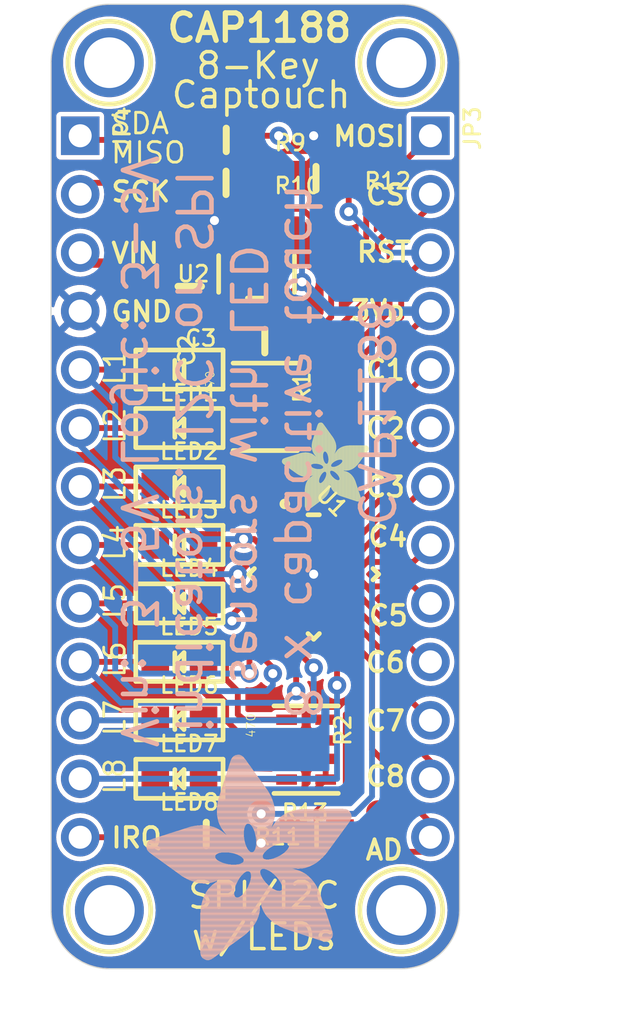
<source format=kicad_pcb>
(kicad_pcb (version 20221018) (generator pcbnew)
  (layers (0 "F.Cu" signal) (31 "B.Cu" signal) (34 "B.Paste" user) (35 "F.Paste" user) (36 "B.SilkS" user "B.Silkscreen") (37 "F.SilkS" user "F.Silkscreen") (38 "B.Mask" user) (39 "F.Mask" user) (44 "Edge.Cuts" user))
  (net 0 "")
  (net 1 "3.3V")
  (net 2 "LED1")
  (net 3 "LED2")
  (net 4 "LED3")
  (net 5 "LED4")
  (net 6 "LED5")
  (net 7 "CS1")
  (net 8 "CS2")
  (net 9 "CS3")
  (net 10 "CS4")
  (net 11 "LED6")
  (net 12 "LED7")
  (net 13 "LED8")
  (net 14 "CS5")
  (net 15 "CS6")
  (net 16 "CS7")
  (net 17 "CS8")
  (net 18 "GND")
  (net 19 "SDA/MISO")
  (net 20 "SCK")
  (net 21 "WAKE/MOSI")
  (net 22 "CS")
  (net 23 "RESET")
  (net 24 "ADDR")
  (net 25 "VIN")
  (net 26 "N$1")
  (net 27 "N$2")
  (net 28 "N$3")
  (net 29 "N$4")
  (net 30 "N$5")
  (net 31 "N$6")
  (net 32 "N$7")
  (net 33 "N$8")
  (net 34 "IRQ")
  (footprint "working:SOT23-5" (layer "F.Cu") (at 148.5571 95.7666 180)
    (fp_text reference "U2")
    (fp_text value "MIC5225-3")
  )
  (footprint "working:CHIPLED_0805" (layer "F.Cu") (at 145.1991 112.6236 90)
    (fp_text reference "LED6")
    (fp_text value "")
  )
  (footprint "working:MOUNTINGHOLE_2.0_PLATED" (layer "F.Cu") (at 142.1511 123.4186)
    (fp_text reference "U$7" hide)
    (fp_text value "MOUNTINGHOLE2.0" hide)
  )
  (footprint "working:MOUNTINGHOLE_2.0_PLATED" (layer "F.Cu") (at 154.8511 86.5886)
    (fp_text reference "U$10" hide)
    (fp_text value "MOUNTINGHOLE2.0" hide)
  )
  (footprint "working:CHIPLED_0805" (layer "F.Cu") (at 145.1991 107.5436 90)
    (fp_text reference "LED4")
    (fp_text value "")
  )
  (footprint "working:ADAFRUIT_3.5MM" (layer "F.Cu") (at 153.4541 106.0196 90)
    (fp_text reference "U$13" hide)
    (fp_text value "" hide)
  )
  (footprint "working:QFN24_4MM_SMSC" (layer "F.Cu") (at 151.0411 108.8136 -45)
    (fp_text reference "U1")
    (fp_text value "")
  )
  (footprint "working:MOUNTINGHOLE_2.0_PLATED" (layer "F.Cu") (at 142.1511 86.5886)
    (fp_text reference "U$9" hide)
    (fp_text value "MOUNTINGHOLE2.0" hide)
  )
  (footprint "working:0805-NO" (layer "F.Cu") (at 146.3671 120.1016)
    (fp_text reference "R11")
    (fp_text value "10K")
  )
  (footprint "working:0805-NO" (layer "F.Cu") (at 151.1431 91.6036)
    (fp_text reference "R12")
    (fp_text value "10K")
  )
  (footprint "working:RESPACK_4X0603" (layer "F.Cu") (at 150.7131 116.4376 -90)
    (fp_text reference "R2")
    (fp_text value "470")
  )
  (footprint "working:RESPACK_4X0603" (layer "F.Cu") (at 148.9351 101.5426 -90)
    (fp_text reference "R1")
    (fp_text value "470")
  )
  (footprint "working:1X13_ROUND_70" (layer "F.Cu") (at 156.1211 105.0036 -90)
    (fp_text reference "JP3")
    (fp_text value "")
  )
  (footprint "working:FIDUCIAL_1MM" (layer "F.Cu") (at 145.2191 93.6146 90)
    (fp_text reference "FID2" hide)
    (fp_text value "FIDUCIAL\"\"" hide)
  )
  (footprint "working:1X13_ROUND_70" (layer "F.Cu") (at 140.8811 105.0036 -90)
    (fp_text reference "JP4")
    (fp_text value "")
  )
  (footprint "working:MOUNTINGHOLE_2.0_PLATED" (layer "F.Cu") (at 154.8511 123.4186)
    (fp_text reference "U$8" hide)
    (fp_text value "MOUNTINGHOLE2.0" hide)
  )
  (footprint "working:CHIPLED_0805" (layer "F.Cu") (at 145.1991 105.0036 90)
    (fp_text reference "LED3")
    (fp_text value "")
  )
  (footprint "working:CHIPLED_0805" (layer "F.Cu") (at 145.1991 115.1636 90)
    (fp_text reference "LED7")
    (fp_text value "")
  )
  (footprint "working:CHIPLED_0805" (layer "F.Cu") (at 145.1991 110.0836 90)
    (fp_text reference "LED5")
    (fp_text value "")
  )
  (footprint "working:0805-NO" (layer "F.Cu") (at 147.2291 91.8086)
    (fp_text reference "R10")
    (fp_text value "10K")
  )
  (footprint "working:CHIPLED_0805" (layer "F.Cu") (at 145.1991 102.4636 90)
    (fp_text reference "LED2")
    (fp_text value "")
  )
  (footprint "working:_0805MP" (layer "F.Cu") (at 151.1681 120.1166)
    (fp_text reference "R13")
    (fp_text value "150K")
  )
  (footprint "working:0805-NO" (layer "F.Cu") (at 145.6491 96.3076 -90)
    (fp_text reference "C2")
    (fp_text value "10uF")
  )
  (footprint "working:0805-NO" (layer "F.Cu") (at 148.9151 98.6886 180)
    (fp_text reference "C3")
    (fp_text value "10uF")
  )
  (footprint "working:CHIPLED_0805" (layer "F.Cu") (at 145.1991 99.9236 90)
    (fp_text reference "LED1")
    (fp_text value "")
  )
  (footprint "working:FIDUCIAL_1MM" (layer "F.Cu") (at 153.8281 119.1396 90)
    (fp_text reference "FID1" hide)
    (fp_text value "FIDUCIAL\"\"" hide)
  )
  (footprint "working:0805-NO" (layer "F.Cu") (at 147.2371 89.9436)
    (fp_text reference "R9")
    (fp_text value "10K")
  )
  (footprint "working:CHIPLED_0805" (layer "F.Cu") (at 145.1991 117.7036 90)
    (fp_text reference "LED8")
    (fp_text value "")
  )
  (footprint "working:ADAFRUIT_9MM" (layer "B.Cu") (at 152.6921 125.5776 180)
    (fp_text reference "U$14" hide)
    (fp_text value "" hide)
  )
  (gr_arc (start 154.8511 84.0486) (mid 156.647151 84.792549) (end 157.3911 86.5886) (stroke (width 0.05)) (layer "Edge.Cuts"))
  (gr_line (start 142.1511 125.9586) (end 154.8511 125.9586) (stroke (width 0.05)) (layer "Edge.Cuts"))
  (gr_line (start 154.8511 84.0486) (end 142.1511 84.0486) (stroke (width 0.05)) (layer "Edge.Cuts"))
  (gr_line (start 157.3911 123.4186) (end 157.3911 86.5886) (stroke (width 0.05)) (layer "Edge.Cuts"))
  (gr_arc (start 139.6111 86.5886) (mid 140.355049 84.792549) (end 142.1511 84.0486) (stroke (width 0.05)) (layer "Edge.Cuts"))
  (gr_arc (start 157.3911 123.4186) (mid 156.647151 125.214651) (end 154.8511 125.9586) (stroke (width 0.05)) (layer "Edge.Cuts"))
  (gr_arc (start 142.1511 125.9586) (mid 140.355049 125.214651) (end 139.6111 123.4186) (stroke (width 0.05)) (layer "Edge.Cuts"))
  (gr_line (start 139.6111 86.5886) (end 139.6111 123.4186) (stroke (width 0.05)) (layer "Edge.Cuts"))
  (gr_text "CAP1188" (at 154.5971 96.7486 -90) (layer "B.SilkS") (effects (font (size 1.475232 1.475232) (thickness 0.201168)) (justify right top mirror)))
  (gr_text "8 x capacitive touch\nsensors with LED \nindicators. I2C or SPI\nVin: 3-5V Logic: 3-5V" (at 146.9771 103.4796 -90) (layer "B.SilkS") (effects (font (size 1.475232 1.475232) (thickness 0.201168)) (justify mirror)))
  (gr_text "CS" (at 155.1051 92.3276) (layer "F.SilkS") (effects (font (size 0.85344 0.85344) (thickness 0.16256)) (justify right)))
  (gr_text "L7" (at 142.9131 115.9256 90) (layer "F.SilkS") (effects (font (size 0.89408 0.89408) (thickness 0.12192)) (justify left bottom)))
  (gr_text "C3" (at 155.1051 105.0276) (layer "F.SilkS") (effects (font (size 0.85344 0.85344) (thickness 0.16256)) (justify right)))
  (gr_text "C4" (at 155.2051 107.1866) (layer "F.SilkS") (effects (font (size 0.85344 0.85344) (thickness 0.16256)) (justify right)))
  (gr_text "SPI/I2C\nw/LEDs" (at 148.8821 123.6726) (layer "F.SilkS") (effects (font (size 1.1176 1.1176) (thickness 0.1524))))
  (gr_text "C1" (at 155.1051 99.9476) (layer "F.SilkS") (effects (font (size 0.85344 0.85344) (thickness 0.16256)) (justify right)))
  (gr_text "3Vo" (at 155.1051 97.3596) (layer "F.SilkS") (effects (font (size 0.85344 0.85344) (thickness 0.16256)) (justify right)))
  (gr_text "AD" (at 155.0131 120.7986) (layer "F.SilkS") (effects (font (size 0.85344 0.85344) (thickness 0.16256)) (justify right)))
  (gr_text "CAP1188" (at 148.6761 85.0766) (layer "F.SilkS") (effects (font (size 1.194816 1.194816) (thickness 0.227584))))
  (gr_text "SCK" (at 142.1511 92.1986) (layer "F.SilkS") (effects (font (size 0.85344 0.85344) (thickness 0.16256)) (justify left)))
  (gr_text "C2" (at 155.1051 102.4876) (layer "F.SilkS") (effects (font (size 0.85344 0.85344) (thickness 0.16256)) (justify right)))
  (gr_text "C7" (at 155.1051 115.1876) (layer "F.SilkS") (effects (font (size 0.85344 0.85344) (thickness 0.16256)) (justify right)))
  (gr_text "VIN" (at 142.1511 94.8676) (layer "F.SilkS") (effects (font (size 0.85344 0.85344) (thickness 0.16256)) (justify left)))
  (gr_text "MOSI" (at 155.1051 89.7876) (layer "F.SilkS") (effects (font (size 0.85344 0.85344) (thickness 0.16256)) (justify right)))
  (gr_text "IRQ" (at 142.1511 120.2676) (layer "F.SilkS") (effects (font (size 0.85344 0.85344) (thickness 0.16256)) (justify left)))
  (gr_text "L1" (at 142.9131 100.6856 90) (layer "F.SilkS") (effects (font (size 0.89408 0.89408) (thickness 0.12192)) (justify left bottom)))
  (gr_text "L5" (at 142.9131 110.8456 90) (layer "F.SilkS") (effects (font (size 0.89408 0.89408) (thickness 0.12192)) (justify left bottom)))
  (gr_text "RST" (at 155.3591 94.8196) (layer "F.SilkS") (effects (font (size 0.85344 0.85344) (thickness 0.16256)) (justify right)))
  (gr_text "L4" (at 142.9131 108.3056 90) (layer "F.SilkS") (effects (font (size 0.89408 0.89408) (thickness 0.12192)) (justify left bottom)))
  (gr_text "C5" (at 155.2321 110.6156) (layer "F.SilkS") (effects (font (size 0.85344 0.85344) (thickness 0.16256)) (justify right)))
  (gr_text "MISO" (at 142.1511 90.5016) (layer "F.SilkS") (effects (font (size 0.89408 0.89408) (thickness 0.12192)) (justify left)))
  (gr_text "Captouch" (at 148.7551 87.9856) (layer "F.SilkS") (effects (font (size 1.1176 1.1176) (thickness 0.1524))))
  (gr_text "L8" (at 142.9131 118.4656 90) (layer "F.SilkS") (effects (font (size 0.89408 0.89408) (thickness 0.12192)) (justify left bottom)))
  (gr_text "C6" (at 155.1051 112.6476) (layer "F.SilkS") (effects (font (size 0.85344 0.85344) (thickness 0.16256)) (justify right)))
  (gr_text "GND" (at 142.1511 97.4076) (layer "F.SilkS") (effects (font (size 0.85344 0.85344) (thickness 0.16256)) (justify left)))
  (gr_text "L3" (at 142.9131 105.7656 90) (layer "F.SilkS") (effects (font (size 0.89408 0.89408) (thickness 0.12192)) (justify left bottom)))
  (gr_text "SDA" (at 142.1511 89.2316) (layer "F.SilkS") (effects (font (size 0.89408 0.89408) (thickness 0.12192)) (justify left)))
  (gr_text "L2" (at 142.9131 103.2256 90) (layer "F.SilkS") (effects (font (size 0.89408 0.89408) (thickness 0.12192)) (justify left bottom)))
  (gr_text "C8" (at 155.1051 117.6006) (layer "F.SilkS") (effects (font (size 0.85344 0.85344) (thickness 0.16256)) (justify right)))
  (gr_text "8-Key" (at 148.6281 86.7156) (layer "F.SilkS") (effects (font (size 1.1176 1.1176) (thickness 0.1524))))
  (gr_text "L6" (at 142.9131 113.3856 90) (layer "F.SilkS") (effects (font (size 0.89408 0.89408) (thickness 0.12192)) (justify left bottom)))
  (segment (start 147.3171 120.1016) (end 147.3731 119.3396) (width 0.254) (layer "F.Cu") (net 1))
  (segment (start 148.7551 118.7196) (end 148.7551 119.2276) (width 0.254) (layer "F.Cu") (net 1))
  (segment (start 151.924981 106.86906) (end 153.5811 105.212941) (width 0.254) (layer "F.Cu") (net 1))
  (segment (start 153.5811 105.212941) (end 153.5811 99.9236) (width 0.254) (layer "F.Cu") (net 1))
  (segment (start 151.5631 116.8376) (end 151.5631 116.0376) (width 0.254) (layer "F.Cu") (net 1))
  (segment (start 151.5631 117.7376) (end 151.5631 116.8376) (width 0.254) (layer "F.Cu") (net 1))
  (segment (start 149.9311 97.3637) (end 149.8651 98.6886) (width 0.4064) (layer "F.Cu") (net 1))
  (segment (start 148.1871 89.9436) (end 148.2531 91.6076) (width 0.254) (layer "F.Cu") (net 1))
  (segment (start 149.5071 97.0667) (end 149.9311 97.3637) (width 0.4064) (layer "F.Cu") (net 1))
  (segment (start 149.7851 100.2426) (end 149.7851 101.1426) (width 0.254) (layer "F.Cu") (net 1))
  (segment (start 149.7851 98.5616) (end 149.8651 98.6886) (width 0.4064) (layer "F.Cu") (net 1))
  (segment (start 148.1871 89.9436) (end 148.3271 89.7636) (width 0.254) (layer "F.Cu") (net 1))
  (segment (start 153.5811 99.9236) (end 156.1211 97.3836) (width 0.254) (layer "F.Cu") (net 1))
  (segment (start 149.7851 100.2426) (end 149.7851 98.5616) (width 0.4064) (layer "F.Cu") (net 1))
  (segment (start 147.9931 118.7196) (end 148.7551 118.7196) (width 0.254) (layer "F.Cu") (net 1))
  (segment (start 151.5631 116.0376) (end 151.5631 115.1376) (width 0.254) (layer "F.Cu") (net 1))
  (segment (start 149.707 96.9397) (end 149.5071 97.0667) (width 0.254) (layer "F.Cu") (net 1))
  (segment (start 147.3731 119.3396) (end 147.9931 118.7196) (width 0.254) (layer "F.Cu") (net 1))
  (segment (start 150.5811 118.7196) (end 151.5631 117.7376) (width 0.254) (layer "F.Cu") (net 1))
  (segment (start 149.7851 101.1426) (end 149.7851 101.9426) (width 0.254) (layer "F.Cu") (net 1))
  (segment (start 149.7851 101.9426) (end 149.7851 102.8426) (width 0.254) (layer "F.Cu") (net 1))
  (segment (start 148.3271 89.7636) (end 149.5171 89.7636) (width 0.254) (layer "F.Cu") (net 1))
  (segment (start 150.5331 96.1136) (end 149.707 96.9397) (width 0.254) (layer "F.Cu") (net 1))
  (segment (start 148.7551 118.7196) (end 150.5811 118.7196) (width 0.254) (layer "F.Cu") (net 1))
  (segment (start 148.2531 91.6076) (end 148.1791 91.8086) (width 0.254) (layer "F.Cu") (net 1))
  (via (at 149.5171 89.7636) (size 0.8001) (drill 0.3937) (layers "F.Cu" "B.Cu") (net 1))
  (via (at 148.7551 119.2276) (size 0.8001) (drill 0.3937) (layers "F.Cu" "B.Cu") (net 1))
  (via (at 150.5331 96.1136) (size 0.8001) (drill 0.3937) (layers "F.Cu" "B.Cu") (net 1))
  (segment (start 148.7551 119.2276) (end 152.8191 119.2276) (width 0.254) (layer "B.Cu") (net 1))
  (segment (start 149.5171 89.7636) (end 150.5331 90.7796) (width 0.254) (layer "B.Cu") (net 1))
  (segment (start 153.5811 97.3836) (end 151.8031 97.3836) (width 0.4064) (layer "B.Cu") (net 1))
  (segment (start 151.8031 97.3836) (end 150.5331 96.1136) (width 0.4064) (layer "B.Cu") (net 1))
  (segment (start 152.8191 119.2276) (end 153.5811 118.4656) (width 0.254) (layer "B.Cu") (net 1))
  (segment (start 153.5811 118.4656) (end 153.5811 97.3836) (width 0.254) (layer "B.Cu") (net 1))
  (segment (start 150.5331 90.7796) (end 150.5331 96.1136) (width 0.254) (layer "B.Cu") (net 1))
  (segment (start 156.1211 97.3836) (end 153.5811 97.3836) (width 0.4064) (layer "B.Cu") (net 1))
  (segment (start 140.8811 99.9236) (end 144.1491 99.9236) (width 0.254) (layer "F.Cu") (net 2))
  (segment (start 148.456437 107.2896) (end 147.9931 107.2896) (width 0.254) (layer "F.Cu") (net 2))
  (segment (start 149.096556 107.929719) (end 148.456437 107.2896) (width 0.254) (layer "F.Cu") (net 2))
  (via (at 147.9931 107.2896) (size 0.8001) (drill 0.3937) (layers "F.Cu" "B.Cu") (net 2))
  (segment (start 142.4051 103.7336) (end 142.4051 101.4476) (width 0.254) (layer "B.Cu") (net 2))
  (segment (start 147.9931 107.2896) (end 146.2151 107.2896) (width 0.254) (layer "B.Cu") (net 2))
  (segment (start 146.2151 107.2896) (end 142.4051 103.7336) (width 0.254) (layer "B.Cu") (net 2))
  (segment (start 142.4051 101.4476) (end 140.8811 99.9236) (width 0.254) (layer "B.Cu") (net 2))
  (segment (start 148.743 108.283272) (end 148.269428 108.283272) (width 0.254) (layer "F.Cu") (net 3))
  (segment (start 144.1491 102.4636) (end 140.8811 102.4636) (width 0.254) (layer "F.Cu") (net 3))
  (segment (start 148.269428 108.283272) (end 147.7391 108.8136) (width 0.254) (layer "F.Cu") (net 3))
  (via (at 147.7391 108.8136) (size 0.8001) (drill 0.3937) (layers "F.Cu" "B.Cu") (net 3))
  (segment (start 146.4691 108.8136) (end 140.8811 103.2256) (width 0.254) (layer "B.Cu") (net 3))
  (segment (start 140.8811 103.2256) (end 140.8811 102.4636) (width 0.254) (layer "B.Cu") (net 3))
  (segment (start 147.7391 108.8136) (end 146.4691 108.8136) (width 0.254) (layer "B.Cu") (net 3))
  (segment (start 144.1491 105.0036) (end 140.8811 105.0036) (width 0.254) (layer "F.Cu") (net 4))
  (segment (start 147.495331 110.5916) (end 147.4851 110.8456) (width 0.254) (layer "F.Cu") (net 4))
  (segment (start 148.743 109.343932) (end 147.495331 110.5916) (width 0.254) (layer "F.Cu") (net 4))
  (via (at 147.4851 110.8456) (size 0.8001) (drill 0.3937) (layers "F.Cu" "B.Cu") (net 4))
  (segment (start 147.4851 110.8456) (end 146.4691 110.8456) (width 0.254) (layer "B.Cu") (net 4))
  (segment (start 146.4691 110.8456) (end 140.8811 105.0036) (width 0.254) (layer "B.Cu") (net 4))
  (segment (start 144.1491 107.5436) (end 140.8811 107.5436) (width 0.254) (layer "F.Cu") (net 5))
  (segment (start 148.2471 110.546941) (end 148.2471 113.1316) (width 0.254) (layer "F.Cu") (net 5))
  (segment (start 149.096556 109.697485) (end 148.2471 110.546941) (width 0.254) (layer "F.Cu") (net 5))
  (via (at 148.2471 113.1316) (size 0.8001) (drill 0.3937) (layers "F.Cu" "B.Cu") (net 5))
  (segment (start 143.0401 109.7026) (end 140.8811 107.5436) (width 0.254) (layer "B.Cu") (net 5))
  (segment (start 143.4211 113.1316) (end 143.0401 112.7506) (width 0.254) (layer "B.Cu") (net 5))
  (segment (start 148.2471 113.1316) (end 143.4211 113.1316) (width 0.254) (layer "B.Cu") (net 5))
  (segment (start 143.0401 112.7506) (end 143.0401 109.7026) (width 0.254) (layer "B.Cu") (net 5))
  (segment (start 149.450109 110.051038) (end 148.7551 110.746047) (width 0.254) (layer "F.Cu") (net 6))
  (segment (start 148.7551 112.3696) (end 149.2631 112.8776) (width 0.254) (layer "F.Cu") (net 6))
  (segment (start 148.7551 110.746047) (end 148.7551 112.3696) (width 0.254) (layer "F.Cu") (net 6))
  (segment (start 149.2631 112.8776) (end 149.2631 113.1316) (width 0.254) (layer "F.Cu") (net 6))
  (segment (start 140.8811 110.0836) (end 144.1491 110.0836) (width 0.254) (layer "F.Cu") (net 6))
  (via (at 149.2631 113.1316) (size 0.8001) (drill 0.3937) (layers "F.Cu" "B.Cu") (net 6))
  (segment (start 149.0091 113.8936) (end 143.1671 113.8936) (width 0.254) (layer "B.Cu") (net 6))
  (segment (start 142.4051 111.0996) (end 141.3891 110.0836) (width 0.254) (layer "B.Cu") (net 6))
  (segment (start 142.4051 113.1316) (end 142.4051 111.0996) (width 0.254) (layer "B.Cu") (net 6))
  (segment (start 143.1671 113.8936) (end 142.4051 113.1316) (width 0.254) (layer "B.Cu") (net 6))
  (segment (start 149.2631 113.6396) (end 149.0091 113.8936) (width 0.254) (layer "B.Cu") (net 6))
  (segment (start 149.2631 113.1316) (end 149.2631 113.6396) (width 0.254) (layer "B.Cu") (net 6))
  (segment (start 141.3891 110.0836) (end 140.8811 110.0836) (width 0.254) (layer "B.Cu") (net 6))
  (segment (start 154.0891 101.9556) (end 156.1211 99.9236) (width 0.254) (layer "F.Cu") (net 7))
  (segment (start 154.0891 105.412047) (end 154.0891 101.9556) (width 0.254) (layer "F.Cu") (net 7))
  (segment (start 152.278534 107.222613) (end 154.0891 105.412047) (width 0.254) (layer "F.Cu") (net 7))
  (segment (start 152.632087 107.576166) (end 154.8511 105.357154) (width 0.254) (layer "F.Cu") (net 8))
  (segment (start 154.8511 103.7336) (end 156.1211 102.4636) (width 0.254) (layer "F.Cu") (net 8))
  (segment (start 154.8511 105.357154) (end 154.8511 103.7336) (width 0.254) (layer "F.Cu") (net 8))
  (segment (start 155.911759 105.0036) (end 156.1211 105.0036) (width 0.254) (layer "F.Cu") (net 9))
  (segment (start 152.98564 107.929719) (end 155.911759 105.0036) (width 0.254) (layer "F.Cu") (net 9))
  (segment (start 155.381428 108.283272) (end 156.1211 107.5436) (width 0.254) (layer "F.Cu") (net 10))
  (segment (start 153.339196 108.283272) (end 155.381428 108.283272) (width 0.254) (layer "F.Cu") (net 10))
  (segment (start 150.2791 112.8776) (end 150.2791 113.8936) (width 0.254) (layer "F.Cu") (net 11))
  (segment (start 149.2631 111.8616) (end 150.2791 112.8776) (width 0.254) (layer "F.Cu") (net 11))
  (segment (start 149.2631 110.945154) (end 149.2631 111.8616) (width 0.254) (layer "F.Cu") (net 11))
  (segment (start 149.803662 110.404591) (end 149.2631 110.945154) (width 0.254) (layer "F.Cu") (net 11))
  (segment (start 140.8811 112.6236) (end 144.1491 112.6236) (width 0.254) (layer "F.Cu") (net 11))
  (via (at 150.2791 113.8936) (size 0.8001) (drill 0.3937) (layers "F.Cu" "B.Cu") (net 11))
  (segment (start 149.7711 114.4016) (end 150.2791 113.8936) (width 0.254) (layer "B.Cu") (net 11))
  (segment (start 142.6591 114.4016) (end 140.8811 112.6236) (width 0.254) (layer "B.Cu") (net 11))
  (segment (start 142.6591 114.4016) (end 149.7711 114.4016) (width 0.254) (layer "B.Cu") (net 11))
  (segment (start 149.7711 111.14426) (end 149.7711 111.6076) (width 0.254) (layer "F.Cu") (net 12))
  (segment (start 140.8811 115.1636) (end 144.1491 115.1636) (width 0.254) (layer "F.Cu") (net 12))
  (segment (start 150.157215 110.758144) (end 149.7711 111.14426) (width 0.254) (layer "F.Cu") (net 12))
  (segment (start 149.7711 111.6076) (end 151.0411 112.8776) (width 0.254) (layer "F.Cu") (net 12))
  (via (at 151.0411 112.8776) (size 0.8001) (drill 0.3937) (layers "F.Cu" "B.Cu") (net 12))
  (segment (start 151.0411 115.1636) (end 140.8811 115.1636) (width 0.254) (layer "B.Cu") (net 12))
  (segment (start 151.0411 112.8776) (end 151.0411 115.1636) (width 0.254) (layer "B.Cu") (net 12))
  (segment (start 152.0571 112.658032) (end 152.0571 113.6396) (width 0.254) (layer "F.Cu") (net 13))
  (segment (start 150.510768 111.1117) (end 152.0571 112.658032) (width 0.254) (layer "F.Cu") (net 13))
  (segment (start 140.8811 117.7036) (end 144.1491 117.7036) (width 0.254) (layer "F.Cu") (net 13))
  (via (at 152.0571 113.6396) (size 0.8001) (drill 0.3937) (layers "F.Cu" "B.Cu") (net 13))
  (segment (start 152.0571 113.6396) (end 152.0571 117.7036) (width 0.254) (layer "B.Cu") (net 13))
  (segment (start 152.0571 117.7036) (end 140.8811 117.7036) (width 0.254) (layer "B.Cu") (net 13))
  (segment (start 153.339196 109.343932) (end 155.381431 109.343932) (width 0.254) (layer "F.Cu") (net 14))
  (segment (start 155.381431 109.343932) (end 156.1211 110.0836) (width 0.254) (layer "F.Cu") (net 14))
  (segment (start 155.8671 112.6236) (end 156.1211 112.6236) (width 0.254) (layer "F.Cu") (net 15))
  (segment (start 153.625756 110.3376) (end 155.8671 112.6236) (width 0.254) (layer "F.Cu") (net 15))
  (segment (start 152.98564 109.697485) (end 153.625756 110.3376) (width 0.254) (layer "F.Cu") (net 15))
  (segment (start 152.632087 110.051038) (end 154.8511 112.27005) (width 0.254) (layer "F.Cu") (net 16))
  (segment (start 154.8511 113.8936) (end 156.1211 115.1636) (width 0.254) (layer "F.Cu") (net 16))
  (segment (start 154.8511 112.27005) (end 154.8511 113.8936) (width 0.254) (layer "F.Cu") (net 16))
  (segment (start 152.278534 110.404591) (end 154.0891 112.215157) (width 0.254) (layer "F.Cu") (net 17))
  (segment (start 154.0891 112.215157) (end 154.0891 114.9096) (width 0.254) (layer "F.Cu") (net 17))
  (segment (start 156.1211 116.9416) (end 156.1211 117.7036) (width 0.254) (layer "F.Cu") (net 17))
  (segment (start 154.0891 114.9096) (end 156.1211 116.9416) (width 0.254) (layer "F.Cu") (net 17))
  (via (at 151.0411 108.8136) (size 0.8001) (drill 0.3937) (layers "F.Cu" "B.Cu") (net 18))
  (via (at 151.0411 89.7636) (size 0.8001) (drill 0.3937) (layers "F.Cu" "B.Cu") (net 18))
  (via (at 148.7551 120.4976) (size 0.8001) (drill 0.3937) (layers "F.Cu" "B.Cu") (net 18))
  (via (at 146.7231 93.4466) (size 0.8001) (drill 0.3937) (layers "F.Cu" "B.Cu") (net 18))
  (segment (start 153.3271 89.2556) (end 152.5651 88.4936) (width 0.254) (layer "F.Cu") (net 19))
  (segment (start 151.5491 98.6536) (end 153.3271 96.8756) (width 0.254) (layer "F.Cu") (net 19))
  (segment (start 149.2631 105.5116) (end 151.5491 103.2256) (width 0.254) (layer "F.Cu") (net 19))
  (segment (start 141.0821 89.9436) (end 146.2871 89.9436) (width 0.254) (layer "F.Cu") (net 19))
  (segment (start 146.7231 88.4936) (end 146.2151 89.0016) (width 0.254) (layer "F.Cu") (net 19))
  (segment (start 151.5491 103.2256) (end 151.5491 98.6536) (width 0.254) (layer "F.Cu") (net 19))
  (segment (start 146.2151 89.0016) (end 146.2151 89.6836) (width 0.254) (layer "F.Cu") (net 19))
  (segment (start 152.5651 88.4936) (end 146.7231 88.4936) (width 0.254) (layer "F.Cu") (net 19))
  (segment (start 146.2151 89.6836) (end 146.2871 89.9436) (width 0.254) (layer "F.Cu") (net 19))
  (segment (start 149.803662 107.222613) (end 149.2631 106.68205) (width 0.254) (layer "F.Cu") (net 19))
  (segment (start 153.3271 96.8756) (end 153.3271 89.2556) (width 0.254) (layer "F.Cu") (net 19))
  (segment (start 149.2631 106.68205) (end 149.2631 105.5116) (width 0.254) (layer "F.Cu") (net 19))
  (segment (start 140.8811 89.7636) (end 141.0821 89.9436) (width 0.254) (layer "F.Cu") (net 19))
  (segment (start 151.8031 97.6376) (end 151.8031 94.0816) (width 0.254) (layer "F.Cu") (net 20))
  (segment (start 141.4021 91.8086) (end 146.2791 91.8086) (width 0.254) (layer "F.Cu") (net 20))
  (segment (start 151.8031 94.0816) (end 150.5331 92.9386) (width 0.254) (layer "F.Cu") (net 20))
  (segment (start 146.2791 91.8086) (end 147.4221 92.9386) (width 0.254) (layer "F.Cu") (net 20))
  (segment (start 147.4221 92.9386) (end 150.5331 92.9386) (width 0.254) (layer "F.Cu") (net 20))
  (segment (start 148.7551 105.2576) (end 151.0411 102.9716) (width 0.254) (layer "F.Cu") (net 20))
  (segment (start 151.0411 102.9716) (end 151.0411 98.3996) (width 0.254) (layer "F.Cu") (net 20))
  (segment (start 151.0411 98.3996) (end 151.8031 97.6376) (width 0.254) (layer "F.Cu") (net 20))
  (segment (start 149.450109 107.576166) (end 148.7551 106.881157) (width 0.254) (layer "F.Cu") (net 20))
  (segment (start 140.8811 92.3036) (end 141.4021 91.8086) (width 0.254) (layer "F.Cu") (net 20))
  (segment (start 148.7551 106.881157) (end 148.7551 105.2576) (width 0.254) (layer "F.Cu") (net 20))
  (segment (start 152.0571 98.9076) (end 153.8351 97.1296) (width 0.254) (layer "F.Cu") (net 21))
  (segment (start 149.7711 106.482944) (end 149.7711 105.7656) (width 0.254) (layer "F.Cu") (net 21))
  (segment (start 152.0571 103.4796) (end 152.0571 98.9076) (width 0.254) (layer "F.Cu") (net 21))
  (segment (start 150.157215 106.86906) (end 149.7711 106.482944) (width 0.254) (layer "F.Cu") (net 21))
  (segment (start 153.8351 97.1296) (end 153.8351 94.3356) (width 0.254) (layer "F.Cu") (net 21))
  (segment (start 154.8511 91.0336) (end 156.1211 89.7636) (width 0.254) (layer "F.Cu") (net 21))
  (segment (start 154.8511 93.3196) (end 154.8511 91.0336) (width 0.254) (layer "F.Cu") (net 21))
  (segment (start 155.8671 89.7636) (end 156.1211 89.7636) (width 0.254) (layer "F.Cu") (net 21))
  (segment (start 149.7711 105.7656) (end 152.0571 103.4796) (width 0.254) (layer "F.Cu") (net 21))
  (segment (start 153.8351 94.3356) (end 154.8511 93.3196) (width 0.254) (layer "F.Cu") (net 21))
  (segment (start 156.1211 92.8116) (end 156.1211 92.3036) (width 0.254) (layer "F.Cu") (net 22))
  (segment (start 154.3431 94.5896) (end 156.1211 92.8116) (width 0.254) (layer "F.Cu") (net 22))
  (segment (start 152.5651 99.1616) (end 154.3431 97.3836) (width 0.254) (layer "F.Cu") (net 22))
  (segment (start 152.5651 104.461172) (end 152.5651 99.1616) (width 0.254) (layer "F.Cu") (net 22))
  (segment (start 150.510768 106.515504) (end 152.5651 104.461172) (width 0.254) (layer "F.Cu") (net 22))
  (segment (start 154.3431 97.3836) (end 154.3431 94.5896) (width 0.254) (layer "F.Cu") (net 22))
  (segment (start 154.8511 97.6376) (end 154.8511 96.1136) (width 0.254) (layer "F.Cu") (net 23))
  (segment (start 151.571428 106.515504) (end 153.0731 105.013832) (width 0.254) (layer "F.Cu") (net 23))
  (segment (start 152.5651 92.0096) (end 152.5651 93.0656) (width 0.254) (layer "F.Cu") (net 23))
  (segment (start 153.0731 99.4156) (end 154.8511 97.6376) (width 0.254) (layer "F.Cu") (net 23))
  (segment (start 153.0731 105.013832) (end 153.0731 99.4156) (width 0.254) (layer "F.Cu") (net 23))
  (segment (start 152.0931 91.6036) (end 152.5651 92.0096) (width 0.254) (layer "F.Cu") (net 23))
  (segment (start 154.8511 96.1136) (end 156.1211 94.8436) (width 0.254) (layer "F.Cu") (net 23))
  (via (at 152.5651 93.0656) (size 0.8001) (drill 0.3937) (layers "F.Cu" "B.Cu") (net 23))
  (segment (start 154.3431 94.8436) (end 156.1211 94.8436) (width 0.254) (layer "B.Cu") (net 23))
  (segment (start 152.5651 93.0656) (end 154.3431 94.8436) (width 0.254) (layer "B.Cu") (net 23))
  (segment (start 151.924981 110.758144) (end 152.8191 111.652263) (width 0.254) (layer "F.Cu") (net 24))
  (segment (start 154.8511 117.7036) (end 154.8511 118.3386) (width 0.254) (layer "F.Cu") (net 24))
  (segment (start 152.9461 120.8786) (end 155.8671 120.8786) (width 0.254) (layer "F.Cu") (net 24))
  (segment (start 156.1211 120.6246) (end 156.1211 120.2436) (width 0.254) (layer "F.Cu") (net 24))
  (segment (start 153.5811 116.4336) (end 154.8511 117.7036) (width 0.254) (layer "F.Cu") (net 24))
  (segment (start 153.5811 112.6236) (end 153.5811 116.4336) (width 0.254) (layer "F.Cu") (net 24))
  (segment (start 155.8671 120.8786) (end 156.1211 120.6246) (width 0.254) (layer "F.Cu") (net 24))
  (segment (start 154.8511 118.3386) (end 156.1211 119.6086) (width 0.254) (layer "F.Cu") (net 24))
  (segment (start 156.1211 119.6086) (end 156.1211 120.2436) (width 0.254) (layer "F.Cu") (net 24))
  (segment (start 152.8191 111.652263) (end 152.8191 111.8616) (width 0.254) (layer "F.Cu") (net 24))
  (segment (start 152.1841 120.1166) (end 152.9461 120.8786) (width 0.254) (layer "F.Cu") (net 24))
  (segment (start 152.8191 111.8616) (end 153.5811 112.6236) (width 0.254) (layer "F.Cu") (net 24))
  (segment (start 145.6491 95.3576) (end 146.4742 94.4665) (width 0.4064) (layer "F.Cu") (net 25))
  (segment (start 149.5071 95.7326) (end 147.6071 95.7326) (width 0.4064) (layer "F.Cu") (net 25))
  (segment (start 147.6071 95.7326) (end 147.6071 94.4665) (width 0.4064) (layer "F.Cu") (net 25))
  (segment (start 149.5071 94.4665) (end 149.5071 95.7326) (width 0.4064) (layer "F.Cu") (net 25))
  (segment (start 141.3291 95.2916) (end 145.6491 95.3576) (width 0.4064) (layer "F.Cu") (net 25))
  (segment (start 146.4742 94.4665) (end 147.6071 94.4665) (width 0.4064) (layer "F.Cu") (net 25))
  (segment (start 140.8811 94.8436) (end 141.3291 95.2916) (width 0.4064) (layer "F.Cu") (net 25))
  (segment (start 146.6951 100.3696) (end 148.0851 100.2426) (width 0.254) (layer "F.Cu") (net 26))
  (segment (start 146.2491 99.9236) (end 146.6951 100.3696) (width 0.254) (layer "F.Cu") (net 26))
  (segment (start 147.4431 101.2696) (end 148.0851 101.1426) (width 0.254) (layer "F.Cu") (net 27))
  (segment (start 146.2491 102.4636) (end 147.4431 101.2696) (width 0.254) (layer "F.Cu") (net 27))
  (segment (start 147.2311 102.4636) (end 147.6251 102.0696) (width 0.254) (layer "F.Cu") (net 28))
  (segment (start 147.2311 104.7496) (end 147.2311 102.4636) (width 0.254) (layer "F.Cu") (net 28))
  (segment (start 146.9771 105.0036) (end 147.2311 104.7496) (width 0.254) (layer "F.Cu") (net 28))
  (segment (start 147.6251 102.0696) (end 148.0851 101.9426) (width 0.254) (layer "F.Cu") (net 28))
  (segment (start 146.2491 105.0036) (end 146.9771 105.0036) (width 0.254) (layer "F.Cu") (net 28))
  (segment (start 146.2491 107.5436) (end 146.4691 107.5436) (width 0.254) (layer "F.Cu") (net 29))
  (segment (start 148.0851 105.9276) (end 148.0851 102.8426) (width 0.254) (layer "F.Cu") (net 29))
  (segment (start 146.4691 107.5436) (end 148.0851 105.9276) (width 0.254) (layer "F.Cu") (net 29))
  (segment (start 148.0191 115.1376) (end 149.8631 115.1376) (width 0.254) (layer "F.Cu") (net 30))
  (segment (start 147.7391 114.9096) (end 147.7391 113.8936) (width 0.254) (layer "F.Cu") (net 30))
  (segment (start 146.2491 110.8796) (end 146.2491 110.0836) (width 0.254) (layer "F.Cu") (net 30))
  (segment (start 147.7391 113.8936) (end 147.2311 113.3856) (width 0.254) (layer "F.Cu") (net 30))
  (segment (start 147.2311 111.8616) (end 146.2491 110.8796) (width 0.254) (layer "F.Cu") (net 30))
  (segment (start 147.2311 113.3856) (end 147.2311 111.8616) (width 0.254) (layer "F.Cu") (net 30))
  (segment (start 147.7391 114.9096) (end 148.0191 115.1376) (width 0.254) (layer "F.Cu") (net 30))
  (segment (start 146.9771 114.1476) (end 146.4691 114.1476) (width 0.254) (layer "F.Cu") (net 31))
  (segment (start 147.2311 115.1636) (end 148.1051 116.0376) (width 0.254) (layer "F.Cu") (net 31))
  (segment (start 147.2311 115.1636) (end 147.2311 114.4016) (width 0.254) (layer "F.Cu") (net 31))
  (segment (start 148.1051 116.0376) (end 149.8631 116.0376) (width 0.254) (layer "F.Cu") (net 31))
  (segment (start 146.2491 113.9276) (end 146.2491 112.6236) (width 0.254) (layer "F.Cu") (net 31))
  (segment (start 147.2311 114.4016) (end 146.9771 114.1476) (width 0.254) (layer "F.Cu") (net 31))
  (segment (start 146.4691 114.1476) (end 146.2491 113.9276) (width 0.254) (layer "F.Cu") (net 31))
  (segment (start 147.9231 116.8376) (end 149.8631 116.8376) (width 0.254) (layer "F.Cu") (net 32))
  (segment (start 146.2491 115.1636) (end 147.9231 116.8376) (width 0.254) (layer "F.Cu") (net 32))
  (segment (start 148.0511 117.7036) (end 146.2491 117.7036) (width 0.254) (layer "F.Cu") (net 33))
  (segment (start 149.8631 117.7376) (end 148.0511 117.7036) (width 0.254) (layer "F.Cu") (net 33))
  (segment (start 153.0731 114.2746) (end 153.0731 112.8776) (width 0.254) (layer "F.Cu") (net 34))
  (segment (start 146.5091 121.2596) (end 145.4171 120.1016) (width 0.254) (layer "F.Cu") (net 34))
  (segment (start 151.571428 111.1117) (end 152.3111 111.851372) (width 0.254) (layer "F.Cu") (net 34))
  (segment (start 151.8031 118.4656) (end 152.3111 118.4656) (width 0.254) (layer "F.Cu") (net 34))
  (segment (start 151.1681 119.1006) (end 151.1681 121.0056) (width 0.254) (layer "F.Cu") (net 34))
  (segment (start 145.4171 120.1016) (end 145.4631 120.2436) (width 0.254) (layer "F.Cu") (net 34))
  (segment (start 145.4631 120.2436) (end 140.8811 120.2436) (width 0.254) (layer "F.Cu") (net 34))
  (segment (start 151.1681 119.1006) (end 151.8031 118.4656) (width 0.254) (layer "F.Cu") (net 34))
  (segment (start 152.4381 118.3386) (end 152.4381 114.9096) (width 0.254) (layer "F.Cu") (net 34))
  (segment (start 152.3111 118.4656) (end 152.4381 118.3386) (width 0.254) (layer "F.Cu") (net 34))
  (segment (start 150.9141 121.2596) (end 146.5091 121.2596) (width 0.254) (layer "F.Cu") (net 34))
  (segment (start 152.3111 112.1156) (end 153.0731 112.8776) (width 0.254) (layer "F.Cu") (net 34))
  (segment (start 152.3111 111.851372) (end 152.3111 112.1156) (width 0.254) (layer "F.Cu") (net 34))
  (segment (start 152.4381 114.9096) (end 153.0731 114.2746) (width 0.254) (layer "F.Cu") (net 34))
  (segment (start 151.1681 121.0056) (end 150.9141 121.2596) (width 0.254) (layer "F.Cu") (net 34))
  (zone (net 18) (net_name "GND") (layer "F.Cu") (priority 6) (connect_pads (clearance 0.000001)) (min_thickness 0.125) (fill yes (thermal_gap 0.3) (thermal_bridge_width 0.3))
    (polygon (pts (xy 157.4581 126.2106) (xy 139.4861 126.2106) (xy 139.4861 83.8646) (xy 157.4581 83.8646)))
  )
  (zone (net 18) (net_name "GND") (layer "B.Cu") (priority 6) (connect_pads (clearance 0.000001)) (min_thickness 0.125) (fill yes (thermal_gap 0.3) (thermal_bridge_width 0.3))
    (polygon (pts (xy 157.584723 126.2106) (xy 139.358722 126.2106) (xy 139.486477 83.8646) (xy 157.712478 83.8646)))
  )
)
</source>
